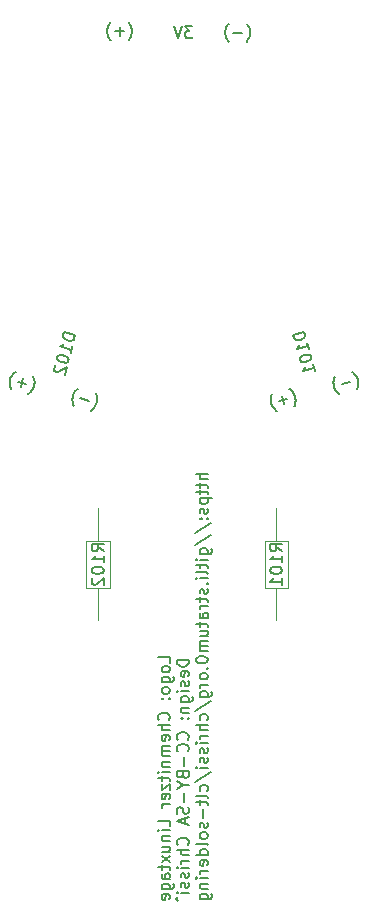
<source format=gbr>
%TF.GenerationSoftware,KiCad,Pcbnew,6.0.0-rc1-unknown-65cbf2d2b7~144~ubuntu18.04.1*%
%TF.CreationDate,2022-01-27T22:08:06+01:00*%
%TF.ProjectId,raketenpinguin,72616b65-7465-46e7-9069-6e6775696e2e,rev?*%
%TF.SameCoordinates,Original*%
%TF.FileFunction,Legend,Bot*%
%TF.FilePolarity,Positive*%
%FSLAX46Y46*%
G04 Gerber Fmt 4.6, Leading zero omitted, Abs format (unit mm)*
G04 Created by KiCad (PCBNEW 6.0.0-rc1-unknown-65cbf2d2b7~144~ubuntu18.04.1) date 2022-01-27 22:08:06*
%MOMM*%
%LPD*%
G01*
G04 APERTURE LIST*
%ADD10C,0.150000*%
%ADD11C,0.120000*%
G04 APERTURE END LIST*
D10*
X79951904Y-42532380D02*
X79332857Y-42532380D01*
X79666190Y-42913333D01*
X79523333Y-42913333D01*
X79428095Y-42960952D01*
X79380476Y-43008571D01*
X79332857Y-43103809D01*
X79332857Y-43341904D01*
X79380476Y-43437142D01*
X79428095Y-43484761D01*
X79523333Y-43532380D01*
X79809047Y-43532380D01*
X79904285Y-43484761D01*
X79951904Y-43437142D01*
X79047142Y-42532380D02*
X78713809Y-43532380D01*
X78380476Y-42532380D01*
X78032380Y-96396785D02*
X78032380Y-95920595D01*
X77032380Y-95920595D01*
X78032380Y-96872976D02*
X77984761Y-96777738D01*
X77937142Y-96730119D01*
X77841904Y-96682500D01*
X77556190Y-96682500D01*
X77460952Y-96730119D01*
X77413333Y-96777738D01*
X77365714Y-96872976D01*
X77365714Y-97015833D01*
X77413333Y-97111071D01*
X77460952Y-97158690D01*
X77556190Y-97206309D01*
X77841904Y-97206309D01*
X77937142Y-97158690D01*
X77984761Y-97111071D01*
X78032380Y-97015833D01*
X78032380Y-96872976D01*
X77365714Y-98063452D02*
X78175238Y-98063452D01*
X78270476Y-98015833D01*
X78318095Y-97968214D01*
X78365714Y-97872976D01*
X78365714Y-97730119D01*
X78318095Y-97634880D01*
X77984761Y-98063452D02*
X78032380Y-97968214D01*
X78032380Y-97777738D01*
X77984761Y-97682500D01*
X77937142Y-97634880D01*
X77841904Y-97587261D01*
X77556190Y-97587261D01*
X77460952Y-97634880D01*
X77413333Y-97682500D01*
X77365714Y-97777738D01*
X77365714Y-97968214D01*
X77413333Y-98063452D01*
X78032380Y-98682500D02*
X77984761Y-98587261D01*
X77937142Y-98539642D01*
X77841904Y-98492023D01*
X77556190Y-98492023D01*
X77460952Y-98539642D01*
X77413333Y-98587261D01*
X77365714Y-98682500D01*
X77365714Y-98825357D01*
X77413333Y-98920595D01*
X77460952Y-98968214D01*
X77556190Y-99015833D01*
X77841904Y-99015833D01*
X77937142Y-98968214D01*
X77984761Y-98920595D01*
X78032380Y-98825357D01*
X78032380Y-98682500D01*
X77937142Y-99444404D02*
X77984761Y-99492023D01*
X78032380Y-99444404D01*
X77984761Y-99396785D01*
X77937142Y-99444404D01*
X78032380Y-99444404D01*
X77413333Y-99444404D02*
X77460952Y-99492023D01*
X77508571Y-99444404D01*
X77460952Y-99396785D01*
X77413333Y-99444404D01*
X77508571Y-99444404D01*
X77937142Y-101253928D02*
X77984761Y-101206309D01*
X78032380Y-101063452D01*
X78032380Y-100968214D01*
X77984761Y-100825357D01*
X77889523Y-100730119D01*
X77794285Y-100682500D01*
X77603809Y-100634880D01*
X77460952Y-100634880D01*
X77270476Y-100682500D01*
X77175238Y-100730119D01*
X77080000Y-100825357D01*
X77032380Y-100968214D01*
X77032380Y-101063452D01*
X77080000Y-101206309D01*
X77127619Y-101253928D01*
X78032380Y-101682500D02*
X77032380Y-101682500D01*
X78032380Y-102111071D02*
X77508571Y-102111071D01*
X77413333Y-102063452D01*
X77365714Y-101968214D01*
X77365714Y-101825357D01*
X77413333Y-101730119D01*
X77460952Y-101682500D01*
X77984761Y-102968214D02*
X78032380Y-102872976D01*
X78032380Y-102682500D01*
X77984761Y-102587261D01*
X77889523Y-102539642D01*
X77508571Y-102539642D01*
X77413333Y-102587261D01*
X77365714Y-102682500D01*
X77365714Y-102872976D01*
X77413333Y-102968214D01*
X77508571Y-103015833D01*
X77603809Y-103015833D01*
X77699047Y-102539642D01*
X78032380Y-103444404D02*
X77365714Y-103444404D01*
X77460952Y-103444404D02*
X77413333Y-103492023D01*
X77365714Y-103587261D01*
X77365714Y-103730119D01*
X77413333Y-103825357D01*
X77508571Y-103872976D01*
X78032380Y-103872976D01*
X77508571Y-103872976D02*
X77413333Y-103920595D01*
X77365714Y-104015833D01*
X77365714Y-104158690D01*
X77413333Y-104253928D01*
X77508571Y-104301547D01*
X78032380Y-104301547D01*
X77365714Y-104777738D02*
X78032380Y-104777738D01*
X77460952Y-104777738D02*
X77413333Y-104825357D01*
X77365714Y-104920595D01*
X77365714Y-105063452D01*
X77413333Y-105158690D01*
X77508571Y-105206309D01*
X78032380Y-105206309D01*
X78032380Y-105682500D02*
X77365714Y-105682500D01*
X77032380Y-105682500D02*
X77080000Y-105634880D01*
X77127619Y-105682500D01*
X77080000Y-105730119D01*
X77032380Y-105682500D01*
X77127619Y-105682500D01*
X77365714Y-106015833D02*
X77365714Y-106396785D01*
X77032380Y-106158690D02*
X77889523Y-106158690D01*
X77984761Y-106206309D01*
X78032380Y-106301547D01*
X78032380Y-106396785D01*
X77365714Y-106634880D02*
X77365714Y-107158690D01*
X78032380Y-106634880D01*
X78032380Y-107158690D01*
X77984761Y-107920595D02*
X78032380Y-107825357D01*
X78032380Y-107634880D01*
X77984761Y-107539642D01*
X77889523Y-107492023D01*
X77508571Y-107492023D01*
X77413333Y-107539642D01*
X77365714Y-107634880D01*
X77365714Y-107825357D01*
X77413333Y-107920595D01*
X77508571Y-107968214D01*
X77603809Y-107968214D01*
X77699047Y-107492023D01*
X78032380Y-108396785D02*
X77365714Y-108396785D01*
X77556190Y-108396785D02*
X77460952Y-108444404D01*
X77413333Y-108492023D01*
X77365714Y-108587261D01*
X77365714Y-108682499D01*
X78032380Y-110253928D02*
X78032380Y-109777738D01*
X77032380Y-109777738D01*
X78032380Y-110587261D02*
X77365714Y-110587261D01*
X77032380Y-110587261D02*
X77080000Y-110539642D01*
X77127619Y-110587261D01*
X77080000Y-110634880D01*
X77032380Y-110587261D01*
X77127619Y-110587261D01*
X77365714Y-111063452D02*
X78032380Y-111063452D01*
X77460952Y-111063452D02*
X77413333Y-111111071D01*
X77365714Y-111206309D01*
X77365714Y-111349166D01*
X77413333Y-111444404D01*
X77508571Y-111492023D01*
X78032380Y-111492023D01*
X77365714Y-112396785D02*
X78032380Y-112396785D01*
X77365714Y-111968214D02*
X77889523Y-111968214D01*
X77984761Y-112015833D01*
X78032380Y-112111071D01*
X78032380Y-112253928D01*
X77984761Y-112349166D01*
X77937142Y-112396785D01*
X78032380Y-112777738D02*
X77365714Y-113301547D01*
X77365714Y-112777738D02*
X78032380Y-113301547D01*
X77365714Y-113539642D02*
X77365714Y-113920595D01*
X77032380Y-113682499D02*
X77889523Y-113682499D01*
X77984761Y-113730119D01*
X78032380Y-113825357D01*
X78032380Y-113920595D01*
X78032380Y-114682499D02*
X77508571Y-114682499D01*
X77413333Y-114634880D01*
X77365714Y-114539642D01*
X77365714Y-114349166D01*
X77413333Y-114253928D01*
X77984761Y-114682499D02*
X78032380Y-114587261D01*
X78032380Y-114349166D01*
X77984761Y-114253928D01*
X77889523Y-114206309D01*
X77794285Y-114206309D01*
X77699047Y-114253928D01*
X77651428Y-114349166D01*
X77651428Y-114587261D01*
X77603809Y-114682499D01*
X77365714Y-115587261D02*
X78175238Y-115587261D01*
X78270476Y-115539642D01*
X78318095Y-115492023D01*
X78365714Y-115396785D01*
X78365714Y-115253928D01*
X78318095Y-115158690D01*
X77984761Y-115587261D02*
X78032380Y-115492023D01*
X78032380Y-115301547D01*
X77984761Y-115206309D01*
X77937142Y-115158690D01*
X77841904Y-115111071D01*
X77556190Y-115111071D01*
X77460952Y-115158690D01*
X77413333Y-115206309D01*
X77365714Y-115301547D01*
X77365714Y-115492023D01*
X77413333Y-115587261D01*
X77984761Y-116444404D02*
X78032380Y-116349166D01*
X78032380Y-116158690D01*
X77984761Y-116063452D01*
X77889523Y-116015833D01*
X77508571Y-116015833D01*
X77413333Y-116063452D01*
X77365714Y-116158690D01*
X77365714Y-116349166D01*
X77413333Y-116444404D01*
X77508571Y-116492023D01*
X77603809Y-116492023D01*
X77699047Y-116015833D01*
X79642380Y-96158690D02*
X78642380Y-96158690D01*
X78642380Y-96396785D01*
X78690000Y-96539642D01*
X78785238Y-96634880D01*
X78880476Y-96682500D01*
X79070952Y-96730119D01*
X79213809Y-96730119D01*
X79404285Y-96682500D01*
X79499523Y-96634880D01*
X79594761Y-96539642D01*
X79642380Y-96396785D01*
X79642380Y-96158690D01*
X79594761Y-97539642D02*
X79642380Y-97444404D01*
X79642380Y-97253928D01*
X79594761Y-97158690D01*
X79499523Y-97111071D01*
X79118571Y-97111071D01*
X79023333Y-97158690D01*
X78975714Y-97253928D01*
X78975714Y-97444404D01*
X79023333Y-97539642D01*
X79118571Y-97587261D01*
X79213809Y-97587261D01*
X79309047Y-97111071D01*
X79594761Y-97968214D02*
X79642380Y-98063452D01*
X79642380Y-98253928D01*
X79594761Y-98349166D01*
X79499523Y-98396785D01*
X79451904Y-98396785D01*
X79356666Y-98349166D01*
X79309047Y-98253928D01*
X79309047Y-98111071D01*
X79261428Y-98015833D01*
X79166190Y-97968214D01*
X79118571Y-97968214D01*
X79023333Y-98015833D01*
X78975714Y-98111071D01*
X78975714Y-98253928D01*
X79023333Y-98349166D01*
X79642380Y-98825357D02*
X78975714Y-98825357D01*
X78642380Y-98825357D02*
X78690000Y-98777738D01*
X78737619Y-98825357D01*
X78690000Y-98872976D01*
X78642380Y-98825357D01*
X78737619Y-98825357D01*
X78975714Y-99730119D02*
X79785238Y-99730119D01*
X79880476Y-99682500D01*
X79928095Y-99634880D01*
X79975714Y-99539642D01*
X79975714Y-99396785D01*
X79928095Y-99301547D01*
X79594761Y-99730119D02*
X79642380Y-99634880D01*
X79642380Y-99444404D01*
X79594761Y-99349166D01*
X79547142Y-99301547D01*
X79451904Y-99253928D01*
X79166190Y-99253928D01*
X79070952Y-99301547D01*
X79023333Y-99349166D01*
X78975714Y-99444404D01*
X78975714Y-99634880D01*
X79023333Y-99730119D01*
X78975714Y-100206309D02*
X79642380Y-100206309D01*
X79070952Y-100206309D02*
X79023333Y-100253928D01*
X78975714Y-100349166D01*
X78975714Y-100492023D01*
X79023333Y-100587261D01*
X79118571Y-100634880D01*
X79642380Y-100634880D01*
X79547142Y-101111071D02*
X79594761Y-101158690D01*
X79642380Y-101111071D01*
X79594761Y-101063452D01*
X79547142Y-101111071D01*
X79642380Y-101111071D01*
X79023333Y-101111071D02*
X79070952Y-101158690D01*
X79118571Y-101111071D01*
X79070952Y-101063452D01*
X79023333Y-101111071D01*
X79118571Y-101111071D01*
X79547142Y-102920595D02*
X79594761Y-102872976D01*
X79642380Y-102730119D01*
X79642380Y-102634880D01*
X79594761Y-102492023D01*
X79499523Y-102396785D01*
X79404285Y-102349166D01*
X79213809Y-102301547D01*
X79070952Y-102301547D01*
X78880476Y-102349166D01*
X78785238Y-102396785D01*
X78690000Y-102492023D01*
X78642380Y-102634880D01*
X78642380Y-102730119D01*
X78690000Y-102872976D01*
X78737619Y-102920595D01*
X79547142Y-103920595D02*
X79594761Y-103872976D01*
X79642380Y-103730119D01*
X79642380Y-103634880D01*
X79594761Y-103492023D01*
X79499523Y-103396785D01*
X79404285Y-103349166D01*
X79213809Y-103301547D01*
X79070952Y-103301547D01*
X78880476Y-103349166D01*
X78785238Y-103396785D01*
X78690000Y-103492023D01*
X78642380Y-103634880D01*
X78642380Y-103730119D01*
X78690000Y-103872976D01*
X78737619Y-103920595D01*
X79261428Y-104349166D02*
X79261428Y-105111071D01*
X79118571Y-105920595D02*
X79166190Y-106063452D01*
X79213809Y-106111071D01*
X79309047Y-106158690D01*
X79451904Y-106158690D01*
X79547142Y-106111071D01*
X79594761Y-106063452D01*
X79642380Y-105968214D01*
X79642380Y-105587261D01*
X78642380Y-105587261D01*
X78642380Y-105920595D01*
X78690000Y-106015833D01*
X78737619Y-106063452D01*
X78832857Y-106111071D01*
X78928095Y-106111071D01*
X79023333Y-106063452D01*
X79070952Y-106015833D01*
X79118571Y-105920595D01*
X79118571Y-105587261D01*
X79166190Y-106777738D02*
X79642380Y-106777738D01*
X78642380Y-106444404D02*
X79166190Y-106777738D01*
X78642380Y-107111071D01*
X79261428Y-107444404D02*
X79261428Y-108206309D01*
X79594761Y-108634880D02*
X79642380Y-108777738D01*
X79642380Y-109015833D01*
X79594761Y-109111071D01*
X79547142Y-109158690D01*
X79451904Y-109206309D01*
X79356666Y-109206309D01*
X79261428Y-109158690D01*
X79213809Y-109111071D01*
X79166190Y-109015833D01*
X79118571Y-108825357D01*
X79070952Y-108730119D01*
X79023333Y-108682500D01*
X78928095Y-108634880D01*
X78832857Y-108634880D01*
X78737619Y-108682500D01*
X78690000Y-108730119D01*
X78642380Y-108825357D01*
X78642380Y-109063452D01*
X78690000Y-109206309D01*
X79356666Y-109587261D02*
X79356666Y-110063452D01*
X79642380Y-109492023D02*
X78642380Y-109825357D01*
X79642380Y-110158690D01*
X79547142Y-111825357D02*
X79594761Y-111777738D01*
X79642380Y-111634880D01*
X79642380Y-111539642D01*
X79594761Y-111396785D01*
X79499523Y-111301547D01*
X79404285Y-111253928D01*
X79213809Y-111206309D01*
X79070952Y-111206309D01*
X78880476Y-111253928D01*
X78785238Y-111301547D01*
X78690000Y-111396785D01*
X78642380Y-111539642D01*
X78642380Y-111634880D01*
X78690000Y-111777738D01*
X78737619Y-111825357D01*
X79642380Y-112253928D02*
X78642380Y-112253928D01*
X79642380Y-112682500D02*
X79118571Y-112682500D01*
X79023333Y-112634880D01*
X78975714Y-112539642D01*
X78975714Y-112396785D01*
X79023333Y-112301547D01*
X79070952Y-112253928D01*
X79642380Y-113158690D02*
X78975714Y-113158690D01*
X79166190Y-113158690D02*
X79070952Y-113206309D01*
X79023333Y-113253928D01*
X78975714Y-113349166D01*
X78975714Y-113444404D01*
X79642380Y-113777738D02*
X78975714Y-113777738D01*
X78642380Y-113777738D02*
X78690000Y-113730119D01*
X78737619Y-113777738D01*
X78690000Y-113825357D01*
X78642380Y-113777738D01*
X78737619Y-113777738D01*
X79594761Y-114206309D02*
X79642380Y-114301547D01*
X79642380Y-114492023D01*
X79594761Y-114587261D01*
X79499523Y-114634880D01*
X79451904Y-114634880D01*
X79356666Y-114587261D01*
X79309047Y-114492023D01*
X79309047Y-114349166D01*
X79261428Y-114253928D01*
X79166190Y-114206309D01*
X79118571Y-114206309D01*
X79023333Y-114253928D01*
X78975714Y-114349166D01*
X78975714Y-114492023D01*
X79023333Y-114587261D01*
X79594761Y-115015833D02*
X79642380Y-115111071D01*
X79642380Y-115301547D01*
X79594761Y-115396785D01*
X79499523Y-115444404D01*
X79451904Y-115444404D01*
X79356666Y-115396785D01*
X79309047Y-115301547D01*
X79309047Y-115158690D01*
X79261428Y-115063452D01*
X79166190Y-115015833D01*
X79118571Y-115015833D01*
X79023333Y-115063452D01*
X78975714Y-115158690D01*
X78975714Y-115301547D01*
X79023333Y-115396785D01*
X79642380Y-115872976D02*
X78975714Y-115872976D01*
X78642380Y-115872976D02*
X78690000Y-115825357D01*
X78737619Y-115872976D01*
X78690000Y-115920595D01*
X78642380Y-115872976D01*
X78737619Y-115872976D01*
X78737619Y-116206309D02*
X78594761Y-116396785D01*
X78737619Y-116587261D01*
X81252380Y-80444404D02*
X80252380Y-80444404D01*
X81252380Y-80872976D02*
X80728571Y-80872976D01*
X80633333Y-80825357D01*
X80585714Y-80730119D01*
X80585714Y-80587261D01*
X80633333Y-80492023D01*
X80680952Y-80444404D01*
X80585714Y-81206309D02*
X80585714Y-81587261D01*
X80252380Y-81349166D02*
X81109523Y-81349166D01*
X81204761Y-81396785D01*
X81252380Y-81492023D01*
X81252380Y-81587261D01*
X80585714Y-81777738D02*
X80585714Y-82158690D01*
X80252380Y-81920595D02*
X81109523Y-81920595D01*
X81204761Y-81968214D01*
X81252380Y-82063452D01*
X81252380Y-82158690D01*
X80585714Y-82492023D02*
X81585714Y-82492023D01*
X80633333Y-82492023D02*
X80585714Y-82587261D01*
X80585714Y-82777738D01*
X80633333Y-82872976D01*
X80680952Y-82920595D01*
X80776190Y-82968214D01*
X81061904Y-82968214D01*
X81157142Y-82920595D01*
X81204761Y-82872976D01*
X81252380Y-82777738D01*
X81252380Y-82587261D01*
X81204761Y-82492023D01*
X81204761Y-83349166D02*
X81252380Y-83444404D01*
X81252380Y-83634880D01*
X81204761Y-83730119D01*
X81109523Y-83777738D01*
X81061904Y-83777738D01*
X80966666Y-83730119D01*
X80919047Y-83634880D01*
X80919047Y-83492023D01*
X80871428Y-83396785D01*
X80776190Y-83349166D01*
X80728571Y-83349166D01*
X80633333Y-83396785D01*
X80585714Y-83492023D01*
X80585714Y-83634880D01*
X80633333Y-83730119D01*
X81157142Y-84206309D02*
X81204761Y-84253928D01*
X81252380Y-84206309D01*
X81204761Y-84158690D01*
X81157142Y-84206309D01*
X81252380Y-84206309D01*
X80633333Y-84206309D02*
X80680952Y-84253928D01*
X80728571Y-84206309D01*
X80680952Y-84158690D01*
X80633333Y-84206309D01*
X80728571Y-84206309D01*
X80204761Y-85396785D02*
X81490476Y-84539642D01*
X80204761Y-86444404D02*
X81490476Y-85587261D01*
X80585714Y-87206309D02*
X81395238Y-87206309D01*
X81490476Y-87158690D01*
X81538095Y-87111071D01*
X81585714Y-87015833D01*
X81585714Y-86872976D01*
X81538095Y-86777738D01*
X81204761Y-87206309D02*
X81252380Y-87111071D01*
X81252380Y-86920595D01*
X81204761Y-86825357D01*
X81157142Y-86777738D01*
X81061904Y-86730119D01*
X80776190Y-86730119D01*
X80680952Y-86777738D01*
X80633333Y-86825357D01*
X80585714Y-86920595D01*
X80585714Y-87111071D01*
X80633333Y-87206309D01*
X81252380Y-87682500D02*
X80585714Y-87682500D01*
X80252380Y-87682500D02*
X80300000Y-87634880D01*
X80347619Y-87682500D01*
X80300000Y-87730119D01*
X80252380Y-87682500D01*
X80347619Y-87682500D01*
X80585714Y-88015833D02*
X80585714Y-88396785D01*
X80252380Y-88158690D02*
X81109523Y-88158690D01*
X81204761Y-88206309D01*
X81252380Y-88301547D01*
X81252380Y-88396785D01*
X81252380Y-88872976D02*
X81204761Y-88777738D01*
X81109523Y-88730119D01*
X80252380Y-88730119D01*
X81252380Y-89253928D02*
X80585714Y-89253928D01*
X80252380Y-89253928D02*
X80300000Y-89206309D01*
X80347619Y-89253928D01*
X80300000Y-89301547D01*
X80252380Y-89253928D01*
X80347619Y-89253928D01*
X81157142Y-89730119D02*
X81204761Y-89777738D01*
X81252380Y-89730119D01*
X81204761Y-89682500D01*
X81157142Y-89730119D01*
X81252380Y-89730119D01*
X81204761Y-90158690D02*
X81252380Y-90253928D01*
X81252380Y-90444404D01*
X81204761Y-90539642D01*
X81109523Y-90587261D01*
X81061904Y-90587261D01*
X80966666Y-90539642D01*
X80919047Y-90444404D01*
X80919047Y-90301547D01*
X80871428Y-90206309D01*
X80776190Y-90158690D01*
X80728571Y-90158690D01*
X80633333Y-90206309D01*
X80585714Y-90301547D01*
X80585714Y-90444404D01*
X80633333Y-90539642D01*
X80585714Y-90872976D02*
X80585714Y-91253928D01*
X80252380Y-91015833D02*
X81109523Y-91015833D01*
X81204761Y-91063452D01*
X81252380Y-91158690D01*
X81252380Y-91253928D01*
X81252380Y-91587261D02*
X80585714Y-91587261D01*
X80776190Y-91587261D02*
X80680952Y-91634880D01*
X80633333Y-91682500D01*
X80585714Y-91777738D01*
X80585714Y-91872976D01*
X81252380Y-92634880D02*
X80728571Y-92634880D01*
X80633333Y-92587261D01*
X80585714Y-92492023D01*
X80585714Y-92301547D01*
X80633333Y-92206309D01*
X81204761Y-92634880D02*
X81252380Y-92539642D01*
X81252380Y-92301547D01*
X81204761Y-92206309D01*
X81109523Y-92158690D01*
X81014285Y-92158690D01*
X80919047Y-92206309D01*
X80871428Y-92301547D01*
X80871428Y-92539642D01*
X80823809Y-92634880D01*
X80585714Y-92968214D02*
X80585714Y-93349166D01*
X80252380Y-93111071D02*
X81109523Y-93111071D01*
X81204761Y-93158690D01*
X81252380Y-93253928D01*
X81252380Y-93349166D01*
X80585714Y-94111071D02*
X81252380Y-94111071D01*
X80585714Y-93682500D02*
X81109523Y-93682500D01*
X81204761Y-93730119D01*
X81252380Y-93825357D01*
X81252380Y-93968214D01*
X81204761Y-94063452D01*
X81157142Y-94111071D01*
X81252380Y-94587261D02*
X80585714Y-94587261D01*
X80680952Y-94587261D02*
X80633333Y-94634880D01*
X80585714Y-94730119D01*
X80585714Y-94872976D01*
X80633333Y-94968214D01*
X80728571Y-95015833D01*
X81252380Y-95015833D01*
X80728571Y-95015833D02*
X80633333Y-95063452D01*
X80585714Y-95158690D01*
X80585714Y-95301547D01*
X80633333Y-95396785D01*
X80728571Y-95444404D01*
X81252380Y-95444404D01*
X80252380Y-96111071D02*
X80252380Y-96206309D01*
X80300000Y-96301547D01*
X80347619Y-96349166D01*
X80442857Y-96396785D01*
X80633333Y-96444404D01*
X80871428Y-96444404D01*
X81061904Y-96396785D01*
X81157142Y-96349166D01*
X81204761Y-96301547D01*
X81252380Y-96206309D01*
X81252380Y-96111071D01*
X81204761Y-96015833D01*
X81157142Y-95968214D01*
X81061904Y-95920595D01*
X80871428Y-95872976D01*
X80633333Y-95872976D01*
X80442857Y-95920595D01*
X80347619Y-95968214D01*
X80300000Y-96015833D01*
X80252380Y-96111071D01*
X81157142Y-96872976D02*
X81204761Y-96920595D01*
X81252380Y-96872976D01*
X81204761Y-96825357D01*
X81157142Y-96872976D01*
X81252380Y-96872976D01*
X81252380Y-97492023D02*
X81204761Y-97396785D01*
X81157142Y-97349166D01*
X81061904Y-97301547D01*
X80776190Y-97301547D01*
X80680952Y-97349166D01*
X80633333Y-97396785D01*
X80585714Y-97492023D01*
X80585714Y-97634880D01*
X80633333Y-97730119D01*
X80680952Y-97777738D01*
X80776190Y-97825357D01*
X81061904Y-97825357D01*
X81157142Y-97777738D01*
X81204761Y-97730119D01*
X81252380Y-97634880D01*
X81252380Y-97492023D01*
X81252380Y-98253928D02*
X80585714Y-98253928D01*
X80776190Y-98253928D02*
X80680952Y-98301547D01*
X80633333Y-98349166D01*
X80585714Y-98444404D01*
X80585714Y-98539642D01*
X80585714Y-99301547D02*
X81395238Y-99301547D01*
X81490476Y-99253928D01*
X81538095Y-99206309D01*
X81585714Y-99111071D01*
X81585714Y-98968214D01*
X81538095Y-98872976D01*
X81204761Y-99301547D02*
X81252380Y-99206309D01*
X81252380Y-99015833D01*
X81204761Y-98920595D01*
X81157142Y-98872976D01*
X81061904Y-98825357D01*
X80776190Y-98825357D01*
X80680952Y-98872976D01*
X80633333Y-98920595D01*
X80585714Y-99015833D01*
X80585714Y-99206309D01*
X80633333Y-99301547D01*
X80204761Y-100492023D02*
X81490476Y-99634880D01*
X81204761Y-101253928D02*
X81252380Y-101158690D01*
X81252380Y-100968214D01*
X81204761Y-100872976D01*
X81157142Y-100825357D01*
X81061904Y-100777738D01*
X80776190Y-100777738D01*
X80680952Y-100825357D01*
X80633333Y-100872976D01*
X80585714Y-100968214D01*
X80585714Y-101158690D01*
X80633333Y-101253928D01*
X81252380Y-101682500D02*
X80252380Y-101682500D01*
X81252380Y-102111071D02*
X80728571Y-102111071D01*
X80633333Y-102063452D01*
X80585714Y-101968214D01*
X80585714Y-101825357D01*
X80633333Y-101730119D01*
X80680952Y-101682500D01*
X81252380Y-102587261D02*
X80585714Y-102587261D01*
X80776190Y-102587261D02*
X80680952Y-102634880D01*
X80633333Y-102682500D01*
X80585714Y-102777738D01*
X80585714Y-102872976D01*
X81252380Y-103206309D02*
X80585714Y-103206309D01*
X80252380Y-103206309D02*
X80300000Y-103158690D01*
X80347619Y-103206309D01*
X80300000Y-103253928D01*
X80252380Y-103206309D01*
X80347619Y-103206309D01*
X81204761Y-103634880D02*
X81252380Y-103730119D01*
X81252380Y-103920595D01*
X81204761Y-104015833D01*
X81109523Y-104063452D01*
X81061904Y-104063452D01*
X80966666Y-104015833D01*
X80919047Y-103920595D01*
X80919047Y-103777738D01*
X80871428Y-103682500D01*
X80776190Y-103634880D01*
X80728571Y-103634880D01*
X80633333Y-103682500D01*
X80585714Y-103777738D01*
X80585714Y-103920595D01*
X80633333Y-104015833D01*
X81204761Y-104444404D02*
X81252380Y-104539642D01*
X81252380Y-104730119D01*
X81204761Y-104825357D01*
X81109523Y-104872976D01*
X81061904Y-104872976D01*
X80966666Y-104825357D01*
X80919047Y-104730119D01*
X80919047Y-104587261D01*
X80871428Y-104492023D01*
X80776190Y-104444404D01*
X80728571Y-104444404D01*
X80633333Y-104492023D01*
X80585714Y-104587261D01*
X80585714Y-104730119D01*
X80633333Y-104825357D01*
X81252380Y-105301547D02*
X80585714Y-105301547D01*
X80252380Y-105301547D02*
X80300000Y-105253928D01*
X80347619Y-105301547D01*
X80300000Y-105349166D01*
X80252380Y-105301547D01*
X80347619Y-105301547D01*
X80204761Y-106492023D02*
X81490476Y-105634880D01*
X81204761Y-107253928D02*
X81252380Y-107158690D01*
X81252380Y-106968214D01*
X81204761Y-106872976D01*
X81157142Y-106825357D01*
X81061904Y-106777738D01*
X80776190Y-106777738D01*
X80680952Y-106825357D01*
X80633333Y-106872976D01*
X80585714Y-106968214D01*
X80585714Y-107158690D01*
X80633333Y-107253928D01*
X81252380Y-107825357D02*
X81204761Y-107730119D01*
X81109523Y-107682500D01*
X80252380Y-107682500D01*
X80585714Y-108063452D02*
X80585714Y-108444404D01*
X80252380Y-108206309D02*
X81109523Y-108206309D01*
X81204761Y-108253928D01*
X81252380Y-108349166D01*
X81252380Y-108444404D01*
X80871428Y-108777738D02*
X80871428Y-109539642D01*
X81204761Y-109968214D02*
X81252380Y-110063452D01*
X81252380Y-110253928D01*
X81204761Y-110349166D01*
X81109523Y-110396785D01*
X81061904Y-110396785D01*
X80966666Y-110349166D01*
X80919047Y-110253928D01*
X80919047Y-110111071D01*
X80871428Y-110015833D01*
X80776190Y-109968214D01*
X80728571Y-109968214D01*
X80633333Y-110015833D01*
X80585714Y-110111071D01*
X80585714Y-110253928D01*
X80633333Y-110349166D01*
X81252380Y-110968214D02*
X81204761Y-110872976D01*
X81157142Y-110825357D01*
X81061904Y-110777738D01*
X80776190Y-110777738D01*
X80680952Y-110825357D01*
X80633333Y-110872976D01*
X80585714Y-110968214D01*
X80585714Y-111111071D01*
X80633333Y-111206309D01*
X80680952Y-111253928D01*
X80776190Y-111301547D01*
X81061904Y-111301547D01*
X81157142Y-111253928D01*
X81204761Y-111206309D01*
X81252380Y-111111071D01*
X81252380Y-110968214D01*
X81252380Y-111872976D02*
X81204761Y-111777738D01*
X81109523Y-111730119D01*
X80252380Y-111730119D01*
X81252380Y-112682500D02*
X80252380Y-112682500D01*
X81204761Y-112682500D02*
X81252380Y-112587261D01*
X81252380Y-112396785D01*
X81204761Y-112301547D01*
X81157142Y-112253928D01*
X81061904Y-112206309D01*
X80776190Y-112206309D01*
X80680952Y-112253928D01*
X80633333Y-112301547D01*
X80585714Y-112396785D01*
X80585714Y-112587261D01*
X80633333Y-112682500D01*
X81204761Y-113539642D02*
X81252380Y-113444404D01*
X81252380Y-113253928D01*
X81204761Y-113158690D01*
X81109523Y-113111071D01*
X80728571Y-113111071D01*
X80633333Y-113158690D01*
X80585714Y-113253928D01*
X80585714Y-113444404D01*
X80633333Y-113539642D01*
X80728571Y-113587261D01*
X80823809Y-113587261D01*
X80919047Y-113111071D01*
X81252380Y-114015833D02*
X80585714Y-114015833D01*
X80776190Y-114015833D02*
X80680952Y-114063452D01*
X80633333Y-114111071D01*
X80585714Y-114206309D01*
X80585714Y-114301547D01*
X81252380Y-114634880D02*
X80585714Y-114634880D01*
X80252380Y-114634880D02*
X80300000Y-114587261D01*
X80347619Y-114634880D01*
X80300000Y-114682500D01*
X80252380Y-114634880D01*
X80347619Y-114634880D01*
X80585714Y-115111071D02*
X81252380Y-115111071D01*
X80680952Y-115111071D02*
X80633333Y-115158690D01*
X80585714Y-115253928D01*
X80585714Y-115396785D01*
X80633333Y-115492023D01*
X80728571Y-115539642D01*
X81252380Y-115539642D01*
X80585714Y-116444404D02*
X81395238Y-116444404D01*
X81490476Y-116396785D01*
X81538095Y-116349166D01*
X81585714Y-116253928D01*
X81585714Y-116111071D01*
X81538095Y-116015833D01*
X81204761Y-116444404D02*
X81252380Y-116349166D01*
X81252380Y-116158690D01*
X81204761Y-116063452D01*
X81157142Y-116015833D01*
X81061904Y-115968214D01*
X80776190Y-115968214D01*
X80680952Y-116015833D01*
X80633333Y-116063452D01*
X80585714Y-116158690D01*
X80585714Y-116349166D01*
X80633333Y-116444404D01*
X84551904Y-43813333D02*
X84599523Y-43765714D01*
X84694761Y-43622857D01*
X84742380Y-43527619D01*
X84790000Y-43384761D01*
X84837619Y-43146666D01*
X84837619Y-42956190D01*
X84790000Y-42718095D01*
X84742380Y-42575238D01*
X84694761Y-42480000D01*
X84599523Y-42337142D01*
X84551904Y-42289523D01*
X84170952Y-43051428D02*
X83409047Y-43051428D01*
X83028095Y-43813333D02*
X82980476Y-43765714D01*
X82885238Y-43622857D01*
X82837619Y-43527619D01*
X82790000Y-43384761D01*
X82742380Y-43146666D01*
X82742380Y-42956190D01*
X82790000Y-42718095D01*
X82837619Y-42575238D01*
X82885238Y-42480000D01*
X82980476Y-42337142D01*
X83028095Y-42289523D01*
X74551904Y-43713333D02*
X74599523Y-43665714D01*
X74694761Y-43522857D01*
X74742380Y-43427619D01*
X74790000Y-43284761D01*
X74837619Y-43046666D01*
X74837619Y-42856190D01*
X74790000Y-42618095D01*
X74742380Y-42475238D01*
X74694761Y-42380000D01*
X74599523Y-42237142D01*
X74551904Y-42189523D01*
X74170952Y-42951428D02*
X73409047Y-42951428D01*
X73790000Y-43332380D02*
X73790000Y-42570476D01*
X73028095Y-43713333D02*
X72980476Y-43665714D01*
X72885238Y-43522857D01*
X72837619Y-43427619D01*
X72790000Y-43284761D01*
X72742380Y-43046666D01*
X72742380Y-42856190D01*
X72790000Y-42618095D01*
X72837619Y-42475238D01*
X72885238Y-42380000D01*
X72980476Y-42237142D01*
X73028095Y-42189523D01*
%TO.C,R101*%
X87542380Y-86960952D02*
X87066190Y-86627619D01*
X87542380Y-86389523D02*
X86542380Y-86389523D01*
X86542380Y-86770476D01*
X86590000Y-86865714D01*
X86637619Y-86913333D01*
X86732857Y-86960952D01*
X86875714Y-86960952D01*
X86970952Y-86913333D01*
X87018571Y-86865714D01*
X87066190Y-86770476D01*
X87066190Y-86389523D01*
X87542380Y-87913333D02*
X87542380Y-87341904D01*
X87542380Y-87627619D02*
X86542380Y-87627619D01*
X86685238Y-87532380D01*
X86780476Y-87437142D01*
X86828095Y-87341904D01*
X86542380Y-88532380D02*
X86542380Y-88627619D01*
X86590000Y-88722857D01*
X86637619Y-88770476D01*
X86732857Y-88818095D01*
X86923333Y-88865714D01*
X87161428Y-88865714D01*
X87351904Y-88818095D01*
X87447142Y-88770476D01*
X87494761Y-88722857D01*
X87542380Y-88627619D01*
X87542380Y-88532380D01*
X87494761Y-88437142D01*
X87447142Y-88389523D01*
X87351904Y-88341904D01*
X87161428Y-88294285D01*
X86923333Y-88294285D01*
X86732857Y-88341904D01*
X86637619Y-88389523D01*
X86590000Y-88437142D01*
X86542380Y-88532380D01*
X87542380Y-89818095D02*
X87542380Y-89246666D01*
X87542380Y-89532380D02*
X86542380Y-89532380D01*
X86685238Y-89437142D01*
X86780476Y-89341904D01*
X86828095Y-89246666D01*
%TO.C,D101*%
X89441985Y-68386438D02*
X88476059Y-68645257D01*
X88537682Y-68875239D01*
X88620653Y-69000904D01*
X88737295Y-69068248D01*
X88841613Y-69089595D01*
X89037923Y-69086292D01*
X89175913Y-69049318D01*
X89347574Y-68954023D01*
X89427242Y-68883377D01*
X89494586Y-68766735D01*
X89503608Y-68616420D01*
X89441985Y-68386438D01*
X89836375Y-69858325D02*
X89688479Y-69306367D01*
X89762427Y-69582346D02*
X88796501Y-69841165D01*
X88909841Y-69712198D01*
X88977185Y-69595556D01*
X88998532Y-69491238D01*
X89030671Y-70715098D02*
X89055320Y-70807091D01*
X89125966Y-70886759D01*
X89184287Y-70920431D01*
X89288605Y-70941778D01*
X89484916Y-70938476D01*
X89714898Y-70876852D01*
X89886559Y-70781557D01*
X89966227Y-70710911D01*
X89999899Y-70652590D01*
X90021246Y-70548272D01*
X89996597Y-70456279D01*
X89925951Y-70376611D01*
X89867630Y-70342939D01*
X89763312Y-70321592D01*
X89567001Y-70324895D01*
X89337019Y-70386518D01*
X89165358Y-70481813D01*
X89085690Y-70552459D01*
X89052018Y-70610781D01*
X89030671Y-70715098D01*
X90329364Y-71698184D02*
X90181467Y-71146226D01*
X90255416Y-71422205D02*
X89289490Y-71681024D01*
X89402830Y-71552057D01*
X89470173Y-71435415D01*
X89491520Y-71331097D01*
X93881374Y-73266264D02*
X93915045Y-73207943D01*
X93970064Y-73045304D01*
X93991411Y-72940987D01*
X94000433Y-72790672D01*
X93984806Y-72548365D01*
X93935507Y-72364380D01*
X93827887Y-72146722D01*
X93744917Y-72021057D01*
X93674271Y-71941389D01*
X93545304Y-71828049D01*
X93486983Y-71794377D01*
X93316206Y-72628918D02*
X92580263Y-72826114D01*
X92409487Y-73660655D02*
X92351165Y-73626983D01*
X92222198Y-73513643D01*
X92151552Y-73433975D01*
X92068582Y-73308311D01*
X91960962Y-73090653D01*
X91911663Y-72906667D01*
X91896036Y-72664360D01*
X91905058Y-72514046D01*
X91926405Y-72409728D01*
X91981424Y-72247089D01*
X92015096Y-72188768D01*
X88568782Y-74689769D02*
X88602453Y-74631448D01*
X88657472Y-74468809D01*
X88678819Y-74364492D01*
X88687841Y-74214177D01*
X88672214Y-73971870D01*
X88622915Y-73787885D01*
X88515295Y-73570227D01*
X88432325Y-73444562D01*
X88361679Y-73364894D01*
X88232712Y-73251554D01*
X88174391Y-73217882D01*
X88003614Y-74052423D02*
X87267671Y-74249619D01*
X87734240Y-74518993D02*
X87537045Y-73783049D01*
X87096895Y-75084160D02*
X87038573Y-75050488D01*
X86909606Y-74937148D01*
X86838960Y-74857480D01*
X86755990Y-74731816D01*
X86648370Y-74514158D01*
X86599071Y-74330172D01*
X86583444Y-74087865D01*
X86592466Y-73937551D01*
X86613813Y-73833233D01*
X86668832Y-73670594D01*
X86702504Y-73612273D01*
%TO.C,D102*%
X70034817Y-68691720D02*
X69068892Y-68432901D01*
X69007268Y-68662883D01*
X69016290Y-68813197D01*
X69083634Y-68929839D01*
X69163302Y-69000485D01*
X69334963Y-69095781D01*
X69472953Y-69132755D01*
X69669263Y-69136057D01*
X69773581Y-69114710D01*
X69890223Y-69047367D01*
X69973194Y-68921702D01*
X70034817Y-68691720D01*
X69640426Y-70163607D02*
X69788323Y-69611649D01*
X69714375Y-69887628D02*
X68748449Y-69628809D01*
X68911088Y-69573790D01*
X69027730Y-69506447D01*
X69098376Y-69426778D01*
X68514279Y-70502742D02*
X68489630Y-70594735D01*
X68510977Y-70699052D01*
X68544649Y-70757373D01*
X68624317Y-70828019D01*
X68795978Y-70923315D01*
X69025960Y-70984938D01*
X69222271Y-70988241D01*
X69326589Y-70966894D01*
X69384910Y-70933222D01*
X69455556Y-70853554D01*
X69480205Y-70761561D01*
X69458858Y-70657243D01*
X69425186Y-70598922D01*
X69345518Y-70528276D01*
X69173857Y-70432981D01*
X68943875Y-70371357D01*
X68747564Y-70368055D01*
X68643246Y-70389402D01*
X68584925Y-70423073D01*
X68514279Y-70502742D01*
X68421402Y-71217338D02*
X68363080Y-71251010D01*
X68292434Y-71330678D01*
X68230811Y-71560660D01*
X68252158Y-71664978D01*
X68285830Y-71723299D01*
X68365498Y-71793945D01*
X68457491Y-71818595D01*
X68607805Y-71809572D01*
X69307659Y-71405511D01*
X69147438Y-72003465D01*
X66073919Y-73634773D02*
X66132241Y-73601101D01*
X66261208Y-73487761D01*
X66331854Y-73408093D01*
X66414824Y-73282429D01*
X66522444Y-73064771D01*
X66571743Y-72880785D01*
X66587370Y-72638478D01*
X66578348Y-72488164D01*
X66557001Y-72383846D01*
X66501982Y-72221207D01*
X66468310Y-72162886D01*
X65903143Y-72800232D02*
X65167200Y-72603036D01*
X65436574Y-73069606D02*
X65633769Y-72333662D01*
X64602032Y-73240382D02*
X64568361Y-73182061D01*
X64513342Y-73019422D01*
X64491995Y-72915105D01*
X64482973Y-72764790D01*
X64498600Y-72522483D01*
X64547899Y-72338498D01*
X64655519Y-72120840D01*
X64738489Y-71995175D01*
X64809135Y-71915507D01*
X64938102Y-71802167D01*
X64996423Y-71768495D01*
X71386511Y-75058278D02*
X71444833Y-75024606D01*
X71573800Y-74911266D01*
X71644446Y-74831598D01*
X71727416Y-74705934D01*
X71835036Y-74488276D01*
X71884335Y-74304290D01*
X71899962Y-74061983D01*
X71890940Y-73911669D01*
X71869593Y-73807351D01*
X71814574Y-73644712D01*
X71780902Y-73586391D01*
X71215735Y-74223737D02*
X70479792Y-74026541D01*
X69914624Y-74663887D02*
X69880953Y-74605566D01*
X69825934Y-74442927D01*
X69804587Y-74338610D01*
X69795565Y-74188295D01*
X69811192Y-73945988D01*
X69860491Y-73762003D01*
X69968111Y-73544345D01*
X70051081Y-73418680D01*
X70121727Y-73339012D01*
X70250694Y-73225672D01*
X70309015Y-73192000D01*
%TO.C,R102*%
X72442380Y-86960952D02*
X71966190Y-86627619D01*
X72442380Y-86389523D02*
X71442380Y-86389523D01*
X71442380Y-86770476D01*
X71490000Y-86865714D01*
X71537619Y-86913333D01*
X71632857Y-86960952D01*
X71775714Y-86960952D01*
X71870952Y-86913333D01*
X71918571Y-86865714D01*
X71966190Y-86770476D01*
X71966190Y-86389523D01*
X72442380Y-87913333D02*
X72442380Y-87341904D01*
X72442380Y-87627619D02*
X71442380Y-87627619D01*
X71585238Y-87532380D01*
X71680476Y-87437142D01*
X71728095Y-87341904D01*
X71442380Y-88532380D02*
X71442380Y-88627619D01*
X71490000Y-88722857D01*
X71537619Y-88770476D01*
X71632857Y-88818095D01*
X71823333Y-88865714D01*
X72061428Y-88865714D01*
X72251904Y-88818095D01*
X72347142Y-88770476D01*
X72394761Y-88722857D01*
X72442380Y-88627619D01*
X72442380Y-88532380D01*
X72394761Y-88437142D01*
X72347142Y-88389523D01*
X72251904Y-88341904D01*
X72061428Y-88294285D01*
X71823333Y-88294285D01*
X71632857Y-88341904D01*
X71537619Y-88389523D01*
X71490000Y-88437142D01*
X71442380Y-88532380D01*
X71537619Y-89246666D02*
X71490000Y-89294285D01*
X71442380Y-89389523D01*
X71442380Y-89627619D01*
X71490000Y-89722857D01*
X71537619Y-89770476D01*
X71632857Y-89818095D01*
X71728095Y-89818095D01*
X71870952Y-89770476D01*
X72442380Y-89199047D01*
X72442380Y-89818095D01*
D11*
%TO.C,R101*%
X88060000Y-90120000D02*
X88060000Y-86120000D01*
X87060000Y-86120000D02*
X86060000Y-86120000D01*
X88060000Y-86120000D02*
X87060000Y-86120000D01*
X87060000Y-83320000D02*
X87060000Y-86120000D01*
X86060000Y-86120000D02*
X86060000Y-90120000D01*
X86060000Y-90120000D02*
X88060000Y-90120000D01*
X87060000Y-90120000D02*
X87060000Y-92820000D01*
%TO.C,R102*%
X72980000Y-90120000D02*
X72980000Y-86120000D01*
X71980000Y-86120000D02*
X70980000Y-86120000D01*
X71980000Y-90120000D02*
X71980000Y-92820000D01*
X70980000Y-90120000D02*
X72980000Y-90120000D01*
X72980000Y-86120000D02*
X71980000Y-86120000D01*
X71980000Y-83320000D02*
X71980000Y-86120000D01*
X70980000Y-86120000D02*
X70980000Y-90120000D01*
%TD*%
M02*

</source>
